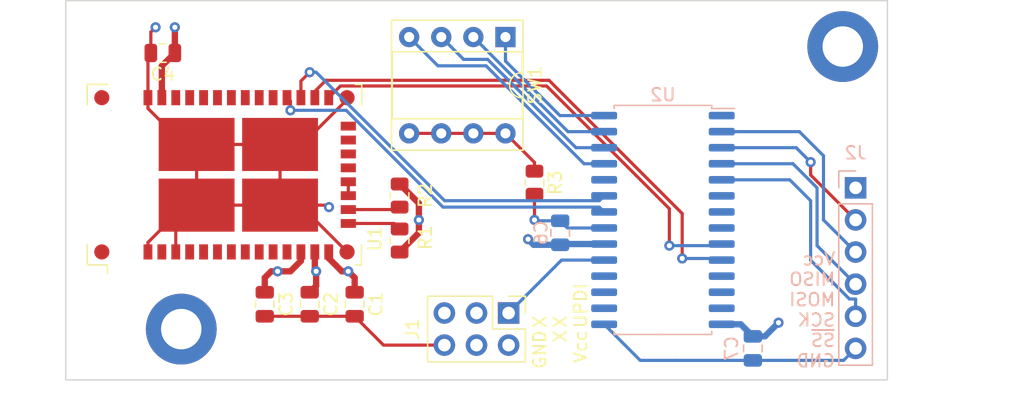
<source format=kicad_pcb>
(kicad_pcb (version 20211014) (generator pcbnew)
  (layers (0 "F.Cu" signal) (1 "In1.Cu" power "Power.Cu") (2 "In2.Cu" power "GND.Cu") (31 "B.Cu" signal) (34 "B.Paste" user) (35 "F.Paste" user) (36 "B.SilkS" user "B.Silkscreen") (37 "F.SilkS" user "F.Silkscreen") (38 "B.Mask" user) (39 "F.Mask" user) (44 "Edge.Cuts" user))
  (net 0 "")
  (net 1 "+3V3")
  (net 2 "GND")
  (net 3 "Net-(J1-Pad1)")
  (net 4 "Net-(R1-Pad2)")
  (net 5 "Net-(R2-Pad2)")
  (net 25 "Net-(U1-Pad35)")
  (net 37 "/MISO")
  (net 38 "/MOSI")
  (net 39 "/SCK")
  (net 40 "/~{SS}")
  (net 41 "/SW1")
  (net 42 "/SW2")
  (net 43 "/SW3")
  (net 44 "/SW4")
  (net 45 "/CTS")
  (net 46 "/RTS")
  (net 47 "/UART2")
  (net 48 "/UART1")
  (net 56 "Net-(R3-Pad1)")
  (footprint "Connector_PinHeader_2.54mm:PinHeader_2x03_P2.54mm_Vertical" (layer "F.Cu") (at 130.033 124.709 -90)
    (fp_text reference "J1" (at 1.27 7.605 90) (layer "F.SilkS"))
    (fp_text value "AVR-UPDI-6")
    (fp_line (start 3.87 -1.33) (end 3.87 6.41) (layer "F.SilkS") (width 0.12))
    (fp_line (start -1.33 -1.33) (end 0 -1.33) (layer "F.SilkS") (width 0.12))
    (fp_line (start 1.27 -1.33) (end 3.87 -1.33) (layer "F.SilkS") (width 0.12))
    (fp_line (start -1.33 1.27) (end -1.33 6.41) (layer "F.SilkS") (width 0.12))
    (fp_line (start 1.27 1.27) (end 1.27 -1.33) (layer "F.SilkS") (width 0.12))
    (fp_line (start -1.33 1.27) (end 1.27 1.27) (layer "F.SilkS") (width 0.12))
    (fp_line (start -1.33 6.41) (end 3.87 6.41) (layer "F.SilkS") (width 0.12))
    (fp_line (start -1.33 0) (end -1.33 -1.33) (layer "F.SilkS") (width 0.12))
    (pad "1" thru_hole rect (at 0 0 270) (size 1.7 1.7) (drill 1) (layers *.Cu *.Mask) (net 3 "Net-(J1-Pad1)"))
    (pad "2" thru_hole oval (at 2.54 0 270) (size 1.7 1.7) (drill 1) (layers *.Cu *.Mask) (net 1 "+3V3"))
    (pad "3" thru_hole oval (at 0 2.54 270) (size 1.7 1.7) (drill 1) (layers *.Cu *.Mask))
    (pad "4" thru_hole oval (at 2.54 2.54 270) (size 1.7 1.7) (drill 1) (layers *.Cu *.Mask))
    (pad "5" thru_hole oval (at 0 5.08 270) (size 1.7 1.7) (drill 1) (layers *.Cu *.Mask))
    (pad "6" thru_hole oval (at 2.54 5.08 270) (size 1.7 1.7) (drill 1) (layers *.Cu *.Mask) (net 2 "GND"))
  )
  (footprint "Resistor_SMD:R_0805_2012Metric" (layer "F.Cu") (at 121.412 118.9755 90)
    (fp_text reference "R1" (at 0.227064 2.032 90) (layer "F.SilkS"))
    (fp_text value "2.2 kohm")
    (fp_line (start -0.227064 0.735) (end 0.227064 0.735) (layer "F.SilkS") (width 0.12))
    (fp_line (start -0.227064 -0.735) (end 0.227064 -0.735) (layer "F.SilkS") (width 0.12))
    (pad "1" smd roundrect (at -0.9125 0 90) (size 1.025 1.4) (layers "F.Cu" "F.Paste" "F.Mask") (roundrect_rratio 0.243902439) (net 1 "+3V3"))
    (pad "2" smd roundrect (at 0.9125 0 90) (size 1.025 1.4) (layers "F.Cu" "F.Paste" "F.Mask") (roundrect_rratio 0.243902439) (net 4 "Net-(R1-Pad2)"))
  )
  (footprint "MountingHole:MountingHole_3.2mm_M3_DIN965_Pad" (layer "F.Cu") (at 104.14 125.984)
    (fp_text reference "REF**" hide)
    (fp_text value "MountingHole_3.2mm_M3_DIN965_Pad")
    (pad "1" thru_hole circle (at 0 0) (size 5.6 5.6) (drill 3.2) (layers *.Cu *.Mask) (net 2 "GND"))
  )
  (footprint "Resistor_SMD:R_0805_2012Metric" (layer "F.Cu") (at 132.08 114.4035 -90)
    (fp_text reference "R3" (at 0 -1.65 90) (layer "F.SilkS"))
    (fp_text value "100 ohm")
    (fp_line (start -0.227064 -0.735) (end 0.227064 -0.735) (layer "F.SilkS") (width 0.12))
    (fp_line (start -0.227064 0.735) (end 0.227064 0.735) (layer "F.SilkS") (width 0.12))
    (pad "1" smd roundrect (at -0.9125 0 270) (size 1.025 1.4) (layers "F.Cu" "F.Paste" "F.Mask") (roundrect_rratio 0.243902) (net 56 "Net-(R3-Pad1)"))
    (pad "2" smd roundrect (at 0.9125 0 270) (size 1.025 1.4) (layers "F.Cu" "F.Paste" "F.Mask") (roundrect_rratio 0.243902) (net 2 "GND"))
  )
  (footprint "Capacitor_SMD:C_0805_2012Metric" (layer "F.Cu") (at 110.744 124.018 -90)
    (fp_text reference "C3" (at 0 -1.68 90) (layer "F.SilkS"))
    (fp_text value "1 uF")
    (fp_line (start -0.261252 -0.735) (end 0.261252 -0.735) (layer "F.SilkS") (width 0.12))
    (fp_line (start -0.261252 0.735) (end 0.261252 0.735) (layer "F.SilkS") (width 0.12))
    (pad "1" smd roundrect (at -0.95 0 270) (size 1 1.45) (layers "F.Cu" "F.Paste" "F.Mask") (net 1 "+3V3"))
    (pad "2" smd roundrect (at 0.95 0 270) (size 1 1.45) (layers "F.Cu" "F.Paste" "F.Mask") (net 2 "GND"))
  )
  (footprint "Capacitor_SMD:C_0805_2012Metric" (layer "F.Cu") (at 117.856 124.018 -90)
    (fp_text reference "C1" (at 0 -1.68 90) (layer "F.SilkS"))
    (fp_text value "1 uF")
    (fp_line (start -0.261252 0.735) (end 0.261252 0.735) (layer "F.SilkS") (width 0.12))
    (fp_line (start -0.261252 -0.735) (end 0.261252 -0.735) (layer "F.SilkS") (width 0.12))
    (pad "1" smd roundrect (at -0.95 0 270) (size 1 1.45) (layers "F.Cu" "F.Paste" "F.Mask") (net 1 "+3V3"))
    (pad "2" smd roundrect (at 0.95 0 270) (size 1 1.45) (layers "F.Cu" "F.Paste" "F.Mask") (net 2 "GND"))
  )
  (footprint "MyFootprints:WYSACVLAY-WX" (layer "F.Cu") (at 107.553682 113.776815 90)
    (fp_text reference "U1" (at -5.054923 11.902181 90) (layer "F.SilkS"))
    (fp_text value "WYSACVLAY-WX")
    (fp_line (start 5.546045 10.858456) (end 7.146045 10.858456) (layer "F.SilkS") (width 0.12))
    (fp_line (start -7.131766 10.837131) (end -5.531766 10.837131) (layer "F.SilkS") (width 0.12))
    (fp_line (start -7.126965 -9.249012) (end -7.816965 -9.249012) (layer "F.SilkS") (width 0.12))
    (fp_line (start -7.131766 10.342131) (end -7.131766 10.837131) (layer "F.SilkS") (width 0.12))
    (fp_line (start -5.526965 -10.854012) (end -7.126965 -10.854012) (layer "F.SilkS") (width 0.12))
    (fp_line (start 7.149864 -10.849143) (end 7.149864 -9.249143) (layer "F.SilkS") (width 0.12))
    (fp_line (start 7.149864 -10.854143) (end 5.549864 -10.854143) (layer "F.SilkS") (width 0.12))
    (fp_line (start -7.126965 -10.854012) (end -7.126965 -9.249012) (layer "F.SilkS") (width 0.12))
    (fp_line (start 7.146045 10.853456) (end 7.146045 10.353456) (layer "F.SilkS") (width 0.12))
    (pad "1" smd circle (at 6.1 9.7 90) (size 1.2 1.2) (layers "F.Cu" "F.Paste" "F.Mask") (net 2 "GND"))
    (pad "2" smd rect (at 6.1 8.25 90) (size 1.2 0.7) (layers "F.Cu" "F.Paste" "F.Mask") (net 45 "/CTS"))
    (pad "3" smd rect (at 6.1 7.15 90) (size 1.2 0.7) (layers "F.Cu" "F.Paste" "F.Mask") (net 46 "/RTS"))
    (pad "4" smd rect (at 6.1 6.05 90) (size 1.2 0.7) (layers "F.Cu" "F.Paste" "F.Mask") (net 47 "/UART2"))
    (pad "5" smd rect (at 6.1 4.95 90) (size 1.2 0.7) (layers "F.Cu" "F.Paste" "F.Mask") (net 48 "/UART1"))
    (pad "6" smd rect (at 6.1 3.85 90) (size 1.2 0.7) (layers "F.Cu" "F.Paste" "F.Mask"))
    (pad "7" smd rect (at 6.1 2.75 90) (size 1.2 0.7) (layers "F.Cu" "F.Paste" "F.Mask"))
    (pad "8" smd rect (at 6.1 1.65 90) (size 1.2 0.7) (layers "F.Cu" "F.Paste" "F.Mask"))
    (pad "9" smd rect (at 6.1 0.55 90) (size 1.2 0.7) (layers "F.Cu" "F.Paste" "F.Mask"))
    (pad "10" smd rect (at 6.1 -0.55 90) (size 1.2 0.7) (layers "F.Cu" "F.Paste" "F.Mask"))
    (pad "11" smd rect (at 6.1 -1.65 90) (size 1.2 0.7) (layers "F.Cu" "F.Paste" "F.Mask"))
    (pad "12" smd rect (at 6.1 -2.75 90) (size 1.2 0.7) (layers "F.Cu" "F.Paste" "F.Mask"))
    (pad "13" smd rect (at 6.1 -3.85 90) (size 1.2 0.7) (layers "F.Cu" "F.Paste" "F.Mask"))
    (pad "14" smd rect (at 6.1 -4.95 90) (size 1.2 0.7) (layers "F.Cu" "F.Paste" "F.Mask") (net 1 "+3V3"))
    (pad "15" smd rect (at 6.1 -6.05 90) (size 1.2 0.7) (layers "F.Cu" "F.Paste" "F.Mask") (net 2 "GND"))
    (pad "16" smd circle (at 6.1 -9.7 90) (size 1.2 1.2) (layers "F.Cu" "F.Paste" "F.Mask"))
    (pad "17" smd circle (at -6.1 -9.7 180) (size 1.2 1.2) (layers "F.Cu" "F.Paste" "F.Mask"))
    (pad "18" smd rect (at -6.1 -6.05 90) (size 1.2 0.7) (layers "F.Cu" "F.Paste" "F.Mask") (net 2 "GND"))
    (pad "19" smd rect (at -6.1 -4.95 90) (size 1.2 0.7) (layers "F.Cu" "F.Paste" "F.Mask"))
    (pad "20" smd rect (at -6.1 -3.85 90) (size 1.2 0.7) (layers "F.Cu" "F.Paste" "F.Mask") (net 2 "GND"))
    (pad "21" smd rect (at -6.1 -2.75 90) (size 1.2 0.7) (layers "F.Cu" "F.Paste" "F.Mask"))
    (pad "22" smd rect (at -6.1 -1.65 90) (size 1.2 0.7) (layers "F.Cu" "F.Paste" "F.Mask"))
    (pad "23" smd rect (at -6.1 -0.55 90) (size 1.2 0.7) (layers "F.Cu" "F.Paste" "F.Mask"))
    (pad "24" smd rect (at -6.1 0.55 90) (size 1.2 0.7) (layers "F.Cu" "F.Paste" "F.Mask"))
    (pad "25" smd rect (at -6.1 1.65 90) (size 1.2 0.7) (layers "F.Cu" "F.Paste" "F.Mask"))
    (pad "26" smd rect (at -6.1 2.75 90) (size 1.2 0.7) (layers "F.Cu" "F.Paste" "F.Mask"))
    (pad "27" smd rect (at -6.1 3.85 90) (size 1.2 0.7) (layers "F.Cu" "F.Paste" "F.Mask"))
    (pad "28" smd rect (at -6.1 4.95 90) (size 1.2 0.7) (layers "F.Cu" "F.Paste" "F.Mask"))
    (pad "29" smd rect (at -6.1 6.05 90) (size 1.2 0.7) (layers "F.Cu" "F.Paste" "F.Mask") (net 1 "+3V3"))
    (pad "30" smd rect (at -6.1 7.15 90) (size 1.2 0.7) (layers "F.Cu" "F.Paste" "F.Mask") (net 1 "+3V3"))
    (pad "31" smd rect (at -6.1 8.25 90) (size 1.2 0.7) (layers "F.Cu" "F.Paste" "F.Mask") (net 1 "+3V3"))
    (pad "32" smd circle (at -6.1 9.7 90) (size 1.2 1.2) (layers "F.Cu" "F.Paste" "F.Mask") (net 2 "GND"))
    (pad "33" smd rect (at -3.85 9.8 180) (size 1.2 0.7) (layers "F.Cu" "F.Paste" "F.Mask") (net 4 "Net-(R1-Pad2)"))
    (pad "34" smd rect (at -2.75 9.8 180) (size 1.2 0.7) (layers "F.Cu" "F.Paste" "F.Mask") (net 5 "Net-(R2-Pad2)"))
    (pad "35" smd rect (at -1.65 9.8 180) (size 1.2 0.7) (layers "F.Cu" "F.Paste" "F.Mask") (net 25 "Net-(U1-Pad35)"))
    (pad "36" smd rect (at -0.55 9.8 180) (size 1.2 0.7) (layers "F.Cu" "F.Paste" "F.Mask") (net 25 "Net-(U1-Pad35)"))
    (pad "37" smd rect (at 0.55 9.8 180) (size 1.2 0.7) (layers "F.Cu" "F.Paste" "F.Mask"))
    (pad "38" smd rect (at 1.65 9.8 180) (size 1.2 0.7) (layers "F.Cu" "F.Paste" "F.Mask"))
    (pad "39" smd rect (at 2.75 9.8 180) (size 1.2 0.7) (layers "F.Cu" "F.Paste" "F.Mask"))
    (pad "40" smd rect (at 3.85 9.8 180) (size 1.2 0.7) (layers "F.Cu" "F.Paste" "F.Mask"))
    (pad "41" smd rect (at 2.4 4.4 90) (size 4.2 6) (layers "F.Cu" "F.Paste" "F.Mask") (net 2 "GND"))
    (pad "42" smd rect (at 2.4 -2.2 90) (size 4.2 6) (layers "F.Cu" "F.Paste" "F.Mask") (net 2 "GND"))
    (pad "43" smd rect (at -2.4 -2.2 90) (size 4.2 6) (layers "F.Cu" "F.Paste" "F.Mask") (net 2 "GND"))
    (pad "44" smd rect (at -2.4 4.4 90) (size 4.2 6) (layers "F.Cu" "F.Paste" "F.Mask") (net 2 "GND"))
  )
  (footprint "Resistor_SMD:R_0805_2012Metric" (layer "F.Cu") (at 121.412 115.4195 -90)
    (fp_text reference "R2" (at 0 -2.032 90) (layer "F.SilkS"))
    (fp_text value "2.2 kohm")
    (fp_line (start -0.227064 0.735) (end 0.227064 0.735) (layer "F.SilkS") (width 0.12))
    (fp_line (start -0.227064 -0.735) (end 0.227064 -0.735) (layer "F.SilkS") (width 0.12))
    (pad "1" smd roundrect (at -0.9125 0 270) (size 1.025 1.4) (layers "F.Cu" "F.Paste" "F.Mask") (roundrect_rratio 0.243902439) (net 1 "+3V3"))
    (pad "2" smd roundrect (at 0.9125 0 270) (size 1.025 1.4) (layers "F.Cu" "F.Paste" "F.Mask") (roundrect_rratio 0.243902439) (net 5 "Net-(R2-Pad2)"))
  )
  (footprint "MountingHole:MountingHole_3.2mm_M3_DIN965_Pad" (layer "F.Cu") (at 156.464 103.632)
    (fp_text reference "REF**" hide)
    (fp_text value "MountingHole_3.2mm_M3_DIN965_Pad")
    (pad "1" thru_hole circle (at 0 0) (size 5.6 5.6) (drill 3.2) (layers *.Cu *.Mask) (net 2 "GND"))
  )
  (footprint "Package_DIP:DIP-8_W7.62mm_Socket" (layer "F.Cu") (at 129.784 102.88 -90)
    (fp_text reference "SW1" (at 3.81 -2.33 90) (layer "F.SilkS"))
    (fp_text value "SW_DIP_x04")
    (fp_line (start 2.81 -1.33) (end 1.16 -1.33) (layer "F.SilkS") (width 0.12))
    (fp_line (start 6.46 -1.33) (end 4.81 -1.33) (layer "F.SilkS") (width 0.12))
    (fp_line (start 8.95 -1.39) (end -1.33 -1.39) (layer "F.SilkS") (width 0.12))
    (fp_line (start -1.33 -1.39) (end -1.33 9.01) (layer "F.SilkS") (width 0.12))
    (fp_line (start 6.46 8.95) (end 6.46 -1.33) (layer "F.SilkS") (width 0.12))
    (fp_line (start 1.16 -1.33) (end 1.16 8.95) (layer "F.SilkS") (width 0.12))
    (fp_line (start 8.95 9.01) (end 8.95 -1.39) (layer "F.SilkS") (width 0.12))
    (fp_line (start -1.33 9.01) (end 8.95 9.01) (layer "F.SilkS") (width 0.12))
    (fp_line (start 1.16 8.95) (end 6.46 8.95) (layer "F.SilkS") (width 0.12))
    (fp_arc (start 4.81 -1.33) (mid 3.81 -0.33) (end 2.81 -1.33) (layer "F.SilkS") (width 0.12))
    (pad "1" thru_hole rect (at 0 0 270) (size 1.6 1.6) (drill 0.8) (layers *.Cu *.Mask) (net 41 "/SW1"))
    (pad "2" thru_hole oval (at 0 2.54 270) (size 1.6 1.6) (drill 0.8) (layers *.Cu *.Mask) (net 42 "/SW2"))
    (pad "3" thru_hole oval (at 0 5.08 270) (size 1.6 1.6) (drill 0.8) (layers *.Cu *.Mask) (net 43 "/SW3"))
    (pad "4" thru_hole oval (at 0 7.62 270) (size 1.6 1.6) (drill 0.8) (layers *.Cu *.Mask) (net 44 "/SW4"))
    (pad "5" thru_hole oval (at 7.62 7.62 270) (size 1.6 1.6) (drill 0.8) (layers *.Cu *.Mask) (net 56 "Net-(R3-Pad1)"))
    (pad "6" thru_hole oval (at 7.62 5.08 270) (size 1.6 1.6) (drill 0.8) (layers *.Cu *.Mask) (net 56 "Net-(R3-Pad1)"))
    (pad "7" thru_hole oval (at 7.62 2.54 270) (size 1.6 1.6) (drill 0.8) (layers *.Cu *.Mask) (net 56 "Net-(R3-Pad1)"))
    (pad "8" thru_hole oval (at 7.62 0 270) (size 1.6 1.6) (drill 0.8) (layers *.Cu *.Mask) (net 56 "Net-(R3-Pad1)"))
  )
  (footprint "Capacitor_SMD:C_0805_2012Metric" (layer "F.Cu") (at 102.682 104.14 180)
    (fp_text reference "C4" (at 0 -1.68) (layer "F.SilkS"))
    (fp_text value "1 uF")
    (fp_line (start -0.261252 -0.735) (end 0.261252 -0.735) (layer "F.SilkS") (width 0.12))
    (fp_line (start -0.261252 0.735) (end 0.261252 0.735) (layer "F.SilkS") (width 0.12))
    (pad "1" smd roundrect (at -0.95 0 180) (size 1 1.45) (layers "F.Cu" "F.Paste" "F.Mask") (net 1 "+3V3"))
    (pad "2" smd roundrect (at 0.95 0 180) (size 1 1.45) (layers "F.Cu" "F.Paste" "F.Mask") (net 2 "GND"))
  )
  (footprint "Capacitor_SMD:C_0805_2012Metric" (layer "F.Cu") (at 114.3 124.018 -90)
    (fp_text reference "C2" (at 0 -1.68 90) (layer "F.SilkS"))
    (fp_text value "10 uF")
    (fp_line (start -0.261252 0.735) (end 0.261252 0.735) (layer "F.SilkS") (width 0.12))
    (fp_line (start -0.261252 -0.735) (end 0.261252 -0.735) (layer "F.SilkS") (width 0.12))
    (pad "1" smd roundrect (at -0.95 0 270) (size 1 1.45) (layers "F.Cu" "F.Paste" "F.Mask") (net 1 "+3V3"))
    (pad "2" smd roundrect (at 0.95 0 270) (size 1 1.45) (layers "F.Cu" "F.Paste" "F.Mask") (net 2 "GND"))
  )
  (footprint "Connector_PinSocket_2.54mm:PinSocket_1x06_P2.54mm_Vertical" (layer "B.Cu") (at 157.48 114.808 180)
    (fp_text reference "J2" (at 0 2.77) (layer "B.SilkS") (effects (justify mirror)))
    (fp_text value "Conn_01x06")
    (fp_line (start -1.33 -1.27) (end 1.33 -1.27) (layer "B.SilkS") (width 0.12))
    (fp_line (start 1.33 -1.27) (end 1.33 -14.03) (layer "B.SilkS") (width 0.12))
    (fp_line (start -1.33 -1.27) (end -1.33 -14.03) (layer "B.SilkS") (width 0.12))
    (fp_line (start 1.33 1.33) (end 1.33 0) (layer "B.SilkS") (width 0.12))
    (fp_line (start 0 1.33) (end 1.33 1.33) (layer "B.SilkS") (width 0.12))
    (fp_line (start -1.33 -14.03) (end 1.33 -14.03) (layer "B.SilkS") (width 0.12))
    (pad "1" thru_hole rect (at 0 0 180) (size 1.7 1.7) (drill 1) (layers *.Cu *.Mask) (net 1 "+3V3"))
    (pad "2" thru_hole oval (at 0 -2.54 180) (size 1.7 1.7) (drill 1) (layers *.Cu *.Mask) (net 37 "/MISO"))
    (pad "3" thru_hole oval (at 0 -5.08 180) (size 1.7 1.7) (drill 1) (layers *.Cu *.Mask) (net 38 "/MOSI"))
    (pad "4" thru_hole oval (at 0 -7.62 180) (size 1.7 1.7) (drill 1) (layers *.Cu *.Mask) (net 39 "/SCK"))
    (pad "5" thru_hole oval (at 0 -10.16 180) (size 1.7 1.7) (drill 1) (layers *.Cu *.Mask) (net 40 "/~{SS}"))
    (pad "6" thru_hole oval (at 0 -12.7 180) (size 1.7 1.7) (drill 1) (layers *.Cu *.Mask) (net 2 "GND"))
  )
  (footprint "Package_SO:SOIC-28W_7.5x17.9mm_P1.27mm" (layer "B.Cu") (at 142.24 117.348 180)
    (fp_text reference "U2" (at 0 9.9) (layer "B.SilkS") (effects (justify mirror)))
    (fp_text value "AVR64DA28-I/SO")
    (fp_line (start 0 9.06) (end -3.86 9.06) (layer "B.SilkS") (width 0.12))
    (fp_line (start 0 -9.06) (end 3.86 -9.06) (layer "B.SilkS") (width 0.12))
    (fp_line (start -3.86 9.06) (end -3.86 8.815) (layer "B.SilkS") (width 0.12))
    (fp_line (start 0 -9.06) (end -3.86 -9.06) (layer "B.SilkS") (width 0.12))
    (fp_line (start 3.86 9.06) (end 3.86 8.815) (layer "B.SilkS") (width 0.12))
    (fp_line (start -3.86 -9.06) (end -3.86 -8.815) (layer "B.SilkS") (width 0.12))
    (fp_line (start 3.86 -9.06) (end 3.86 -8.815) (layer "B.SilkS") (width 0.12))
    (fp_line (start -3.86 8.815) (end -5.675 8.815) (layer "B.SilkS") (width 0.12))
    (fp_line (start 0 9.06) (end 3.86 9.06) (layer "B.SilkS") (width 0.12))
    (pad "1" smd roundrect (at -4.65 8.255 180) (size 2.05 0.6) (layers "B.Cu" "B.Paste" "B.Mask"))
    (pad "2" smd roundrect (at -4.65 6.985 180) (size 2.05 0.6) (layers "B.Cu" "B.Paste" "B.Mask") (net 38 "/MOSI"))
    (pad "3" smd roundrect (at -4.65 5.715 180) (size 2.05 0.6) (layers "B.Cu" "B.Paste" "B.Mask") (net 37 "/MISO"))
    (pad "4" smd roundrect (at -4.65 4.445 180) (size 2.05 0.6) (layers "B.Cu" "B.Paste" "B.Mask") (net 39 "/SCK"))
    (pad "5" smd roundrect (at -4.65 3.175 180) (size 2.05 0.6) (layers "B.Cu" "B.Paste" "B.Mask") (net 40 "/~{SS}"))
    (pad "6" smd roundrect (at -4.65 1.905 180) (size 2.05 0.6) (layers "B.Cu" "B.Paste" "B.Mask"))
    (pad "7" smd roundrect (at -4.65 0.635 180) (size 2.05 0.6) (layers "B.Cu" "B.Paste" "B.Mask"))
    (pad "8" smd roundrect (at -4.65 -0.635 180) (size 2.05 0.6) (layers "B.Cu" "B.Paste" "B.Mask"))
    (pad "9" smd roundrect (at -4.65 -1.905 180) (size 2.05 0.6) (layers "B.Cu" "B.Paste" "B.Mask") (net 45 "/CTS"))
    (pad "10" smd roundrect (at -4.65 -3.175 180) (size 2.05 0.6) (layers "B.Cu" "B.Paste" "B.Mask") (net 46 "/RTS"))
    (pad "11" smd roundrect (at -4.65 -4.445 180) (size 2.05 0.6) (layers "B.Cu" "B.Paste" "B.Mask"))
    (pad "12" smd roundrect (at -4.65 -5.715 180) (size 2.05 0.6) (layers "B.Cu" "B.Paste" "B.Mask"))
    (pad "13" smd roundrect (at -4.65 -6.985 180) (size 2.05 0.6) (layers "B.Cu" "B.Paste" "B.Mask"))
    (pad "14" smd roundrect (at -4.65 -8.255 180) (size 2.05 0.6) (layers "B.Cu" "B.Paste" "B.Mask") (net 1 "+3V3"))
    (pad "15" smd roundrect (at 4.65 -8.255 180) (size 2.05 0.6) (layers "B.Cu" "B.Paste" "B.Mask") (net 2 "GND"))
    (pad "16" smd roundrect (at 4.65 -6.985 180) (size 2.05 0.6) (layers "B.Cu" "B.Paste" "B.Mask"))
    (pad "17" smd roundrect (at 4.65 -5.715 180) (size 2.05 0.6) (layers "B.Cu" "B.Paste" "B.Mask"))
    (pad "18" smd roundrect (at 4.65 -4.445 180) (size 2.05 0.6) (layers "B.Cu" "B.Paste" "B.Mask"))
    (pad "19" smd roundrect (at 4.65 -3.175 180) (size 2.05 0.6) (layers "B.Cu" "B.Paste" "B.Mask") (net 3 "Net-(J1-Pad1)"))
    (pad "20" smd roundrect (at 4.65 -1.905 180) (size 2.05 0.6) (layers "B.Cu" "B.Paste" "B.Mask") (net 1 "+3V3"))
    (pad "21" smd roundrect (at 4.65 -0.635 180) (size 2.05 0.6) (layers "B.Cu" "B.Paste" "B.Mask") (net 2 "GND"))
    (pad "22" smd roundrect (at 4.65 0.635 180) (size 2.05 0.6) (layers "B.Cu" "B.Paste" "B.Mask") (net 48 "/UART1"))
    (pad "23" smd roundrect (at 4.65 1.905 180) (size 2.05 0.6) (layers "B.Cu" "B.Paste" "B.Mask") (net 47 "/UART2"))
    (pad "24" smd roundrect (at 4.65 3.175 180) (size 2.05 0.6) (layers "B.Cu" "B.Paste" "B.Mask"))
    (pad "25" smd roundrect (at 4.65 4.445 180) (size 2.05 0.6) (layers "B.Cu" "B.Paste" "B.Mask") (net 44 "/SW4"))
    (pad "26" smd roundrect (at 4.65 5.715 180) (size 2.05 0.6) (layers "B.Cu" "B.Paste" "B.Mask") (net 43 "/SW3"))
    (pad "27" smd roundrect (at 4.65 6.985 180) (size 2.05 0.6) (layers "B.Cu" "B.Paste" "B.Mask") (net 42 "/SW2"))
    (pad "28" smd roundrect (at 4.65 8.255 180) (size 2.05 0.6) (layers "B.Cu" "B.Paste" "B.Mask") (net 41 "/SW1"))
  )
  (footprint "Capacitor_SMD:C_0805_2012Metric" (layer "B.Cu") (at 134.112 118.364 90)
    (fp_text reference "C6" (at 0 -1.524 90) (layer "B.SilkS") (effects (justify mirror)))
    (fp_text value "100 nF")
    (fp_line (start -0.261252 -0.735) (end 0.261252 -0.735) (layer "B.SilkS") (width 0.12))
    (fp_line (start -0.261252 0.735) (end 0.261252 0.735) (layer "B.SilkS") (width 0.12))
    (pad "1" smd roundrect (at -0.95 0 90) (size 1 1.45) (layers "B.Cu" "B.Paste" "B.Mask") (net 1 "+3V3"))
    (pad "2" smd roundrect (at 0.95 0 90) (size 1 1.45) (layers "B.Cu" "B.Paste" "B.Mask") (net 2 "GND"))
  )
  (footprint "Capacitor_SMD:C_0805_2012Metric" (layer "B.Cu") (at 149.352 127.508 -90)
    (fp_text reference "C7" (at 0 1.68 90) (layer "B.SilkS") (effects (justify mirror)))
    (fp_text value "100 nF")
    (fp_line (start -0.261252 -0.735) (end 0.261252 -0.735) (layer "B.SilkS") (width 0.12))
    (fp_line (start -0.261252 0.735) (end 0.261252 0.735) (layer "B.SilkS") (width 0.12))
    (pad "1" smd roundrect (at -0.95 0 270) (size 1 1.45) (layers "B.Cu" "B.Paste" "B.Mask") (net 1 "+3V3"))
    (pad "2" smd roundrect (at 0.95 0 270) (size 1 1.45) (layers "B.Cu" "B.Paste" "B.Mask") (net 2 "GND"))
  )
  (gr_rect (start 95 100) (end 160 130) (layer "Edge.Cuts") (width 0.1) (fill none))
  (gr_text "Vcc\nMISO\nMOSI\nSCK\n~{SS}\nGND" (at 155.956 124.46) (layer "B.SilkS") (effects (font (size 1 1)) (justify left mirror)))
  (gr_text "GND\nX\nVcc" (at 134.112 125.984 90) (layer "F.SilkS") (effects (font (size 1 1)) (justify right)))
  (gr_text "X\nX\nUPDI" (at 134.112 125.984 90) (layer "F.SilkS") (effects (font (size 1 1)) (justify left)))
  (segment (start 103.632 104.14) (end 102.603682 105.168318) (width 0.5) (layer "F.Cu") (net 1))
  (segment (start 114.808 121.412) (end 114.808 122.56) (width 0.5) (layer "F.Cu") (net 1))
  (segment (start 115.803682 120.375682) (end 116.84 121.412) (width 0.5) (layer "F.Cu") (net 1))
  (segment (start 116.84 121.412) (end 117.348 121.412) (width 0.5) (layer "F.Cu") (net 1))
  (segment (start 112.776 121.412) (end 111.76 121.412) (width 0.5) (layer "F.Cu") (net 1))
  (segment (start 114.703682 121.307682) (end 114.808 121.412) (width 0.5) (layer "F.Cu") (net 1))
  (segment (start 117.856 121.92) (end 117.856 123.068) (width 0.5) (layer "F.Cu") (net 1))
  (segment (start 102.603682 105.168318) (end 102.603682 107.676815) (width 0.5) (layer "F.Cu") (net 1))
  (segment (start 114.703682 119.876815) (end 114.703682 121.307682) (width 0.5) (layer "F.Cu") (net 1))
  (segment (start 114.808 122.56) (end 114.3 123.068) (width 0.5) (layer "F.Cu") (net 1))
  (segment (start 122.936 116.031) (end 121.412 114.507) (width 0.5) (layer "F.Cu") (net 1))
  (segment (start 113.603682 119.876815) (end 113.603682 120.584318) (width 0.5) (layer "F.Cu") (net 1))
  (segment (start 110.744 121.92) (end 110.744 123.068) (width 0.5) (layer "F.Cu") (net 1))
  (segment (start 113.603682 120.584318) (end 112.776 121.412) (width 0.5) (layer "F.Cu") (net 1))
  (segment (start 122.936 117.348) (end 122.936 116.031) (width 0.5) (layer "F.Cu") (net 1))
  (segment (start 117.348 121.412) (end 117.856 121.92) (width 0.5) (layer "F.Cu") (net 1))
  (segment (start 103.632 102.108) (end 103.632 104.14) (width 0.5) (layer "F.Cu") (net 1))
  (segment (start 111.76 121.412) (end 111.252 121.412) (width 0.5) (layer "F.Cu") (net 1))
  (segment (start 115.803682 119.876815) (end 115.803682 120.375682) (width 0.5) (layer "F.Cu") (net 1))
  (segment (start 111.252 121.412) (end 110.744 121.92) (width 0.5) (layer "F.Cu") (net 1))
  (segment (start 121.412 119.888) (end 122.936 118.364) (width 0.5) (layer "F.Cu") (net 1))
  (segment (start 122.936 118.364) (end 122.936 117.348) (width 0.5) (layer "F.Cu") (net 1))
  (via (at 151.384 125.476) (size 0.8) (drill 0.4) (layers "F.Cu" "B.Cu") (net 1))
  (via (at 111.76 121.412) (size 0.8) (drill 0.4) (layers "F.Cu" "B.Cu") (net 1))
  (via (at 122.936 117.348) (size 0.8) (drill 0.4) (layers "F.Cu" "B.Cu") (net 1))
  (via (at 131.572 118.872) (size 0.8) (drill 0.4) (layers "F.Cu" "B.Cu") (net 1))
  (via (at 117.348 121.412) (size 0.8) (drill 0.4) (layers "F.Cu" "B.Cu") (net 1))
  (via (at 103.632 102.108) (size 0.8) (drill 0.4) (layers "F.Cu" "B.Cu") (net 1))
  (via (at 114.808 121.412) (size 0.8) (drill 0.4) (layers "F.Cu" "B.Cu") (net 1))
  (segment (start 148.397 125.603) (end 149.352 126.558) (width 0.5) (layer "B.Cu") (net 1))
  (segment (start 137.59 119.253) (end 134.173 119.253) (width 0.5) (layer "B.Cu") (net 1))
  (segment (start 134.173 119.253) (end 134.112 119.314) (width 0.5) (layer "B.Cu") (net 1))
  (segment (start 134.112 119.314) (end 132.014 119.314) (width 0.5) (layer "B.Cu") (net 1))
  (segment (start 132.014 119.314) (end 131.572 118.872) (width 0.5) (layer "B.Cu") (net 1))
  (segment (start 151.384 125.476) (end 150.302 126.558) (width 0.5) (layer "B.Cu") (net 1))
  (segment (start 150.302 126.558) (end 149.352 126.558) (width 0.5) (layer "B.Cu") (net 1))
  (segment (start 146.89 125.603) (end 148.397 125.603) (width 0.5) (layer "B.Cu") (net 1))
  (segment (start 102.108 102.108) (end 101.732 102.484) (width 0.25) (layer "F.Cu") (net 2))
  (segment (start 101.503682 107.676815) (end 101.503682 108.526815) (width 0.25) (layer "F.Cu") (net 2))
  (segment (start 104.453682 116.176815) (end 101.503682 119.126815) (width 0.25) (layer "F.Cu") (net 2))
  (segment (start 117.856 124.968) (end 120.137 127.249) (width 0.25) (layer "F.Cu") (net 2))
  (segment (start 101.503682 107.676815) (end 101.503682 104.368318) (width 0.25) (layer "F.Cu") (net 2))
  (segment (start 113.553682 116.176815) (end 117.253682 119.876815) (width 0.25) (layer "F.Cu") (net 2))
  (segment (start 101.732 102.484) (end 101.732 104.14) (width 0.25) (layer "F.Cu") (net 2))
  (segment (start 120.137 127.249) (end 124.953 127.249) (width 0.25) (layer "F.Cu") (net 2))
  (segment (start 104.353682 111.376815) (end 105.353682 111.376815) (width 0.25) (layer "F.Cu") (net 2))
  (segment (start 111.953682 111.376815) (end 113.699489 111.376815) (width 0.25) (layer "F.Cu") (net 2))
  (segment (start 105.353682 116.176815) (end 104.453682 116.176815) (width 0.25) (layer "F.Cu") (net 2))
  (segment (start 132.08 115.316) (end 132.08 117.348) (width 0.25) (layer "F.Cu") (net 2))
  (segment (start 117.856 124.968) (end 114.3 124.968) (width 0.25) (layer "F.Cu") (net 2))
  (segment (start 113.699489 111.376815) (end 117.253682 107.822622) (width 0.25) (layer "F.Cu") (net 2))
  (segment (start 111.953682 116.176815) (end 111.953682 111.376815) (width 0.25) (layer "F.Cu") (net 2))
  (segment (start 105.353682 116.176815) (end 103.703682 117.826815) (width 0.25) (layer "F.Cu") (net 2))
  (segment (start 101.503682 119.126815) (end 101.503682 119.876815) (width 0.25) (layer "F.Cu") (net 2))
  (segment (start 105.353682 116.176815) (end 111.953682 116.176815) (width 0.25) (layer "F.Cu") (net 2))
  (segment (start 111.953682 111.376815) (end 105.353682 111.376815) (width 0.25) (layer "F.Cu") (net 2))
  (segment (start 101.503682 104.368318) (end 101.732 104.14) (width 0.25) (layer "F.Cu") (net 2))
  (segment (start 115.668815 116.176815) (end 115.824 116.332) (width 0.25) (layer "F.Cu") (net 2))
  (segment (start 103.703682 117.826815) (end 103.703682 119.876815) (width 0.25) (layer "F.Cu") (net 2))
  (segment (start 117.253682 107.822622) (end 117.253682 107.676815) (width 0.25) (layer "F.Cu") (net 2))
  (segment (start 111.953682 116.176815) (end 115.668815 116.176815) (width 0.25) (layer "F.Cu") (net 2))
  (segment (start 114.3 124.968) (end 110.744 124.968) (width 0.25) (layer "F.Cu") (net 2))
  (segment (start 105.353682 111.376815) (end 105.353682 116.176815) (width 0.25) (layer "F.Cu") (net 2))
  (segment (start 111.953682 116.176815) (end 113.553682 116.176815) (width 0.25) (layer "F.Cu") (net 2))
  (segment (start 101.503682 108.526815) (end 104.353682 111.376815) (width 0.25) (layer "F.Cu") (net 2))
  (via (at 115.824 116.332) (size 0.8) (drill 0.4) (layers "F.Cu" "B.Cu") (net 2))
  (via (at 102.108 102.108) (size 0.8) (drill 0.4) (layers "F.Cu" "B.Cu") (net 2))
  (via (at 132.08 117.348) (size 0.8) (drill 0.4) (layers "F.Cu" "B.Cu") (net 2))
  (segment (start 137.59 117.983) (end 134.681 117.983) (width 0.25) (layer "B.Cu") (net 2))
  (segment (start 132.08 117.348) (end 132.146 117.414) (width 0.25) (layer "B.Cu") (net 2))
  (segment (start 156.53 128.458) (end 157.48 127.508) (width 0.25) (layer "B.Cu") (net 2))
  (segment (start 137.59 125.603) (end 140.445 128.458) (width 0.25) (layer "B.Cu") (net 2))
  (segment (start 132.146 117.414) (end 134.112 117.414) (width 0.25) (layer "B.Cu") (net 2))
  (segment (start 134.681 117.983) (end 134.112 117.414) (width 0.25) (layer "B.Cu") (net 2))
  (segment (start 149.352 128.458) (end 156.53 128.458) (width 0.25) (layer "B.Cu") (net 2))
  (segment (start 149.352 128.458) (end 143.322 128.458) (width 0.25) (layer "B.Cu") (net 2))
  (segment (start 140.445 128.458) (end 143.322 128.458) (width 0.25) (layer "B.Cu") (net 2))
  (segment (start 130.033 124.709) (end 134.219 120.523) (width 0.25) (layer "B.Cu") (net 3))
  (segment (start 134.219 120.523) (end 137.59 120.523) (width 0.25) (layer "B.Cu") (net 3))
  (segment (start 120.975815 117.626815) (end 121.412 118.063) (width 0.25) (layer "F.Cu") (net 4))
  (segment (start 117.353682 117.626815) (end 120.975815 117.626815) (width 0.25) (layer "F.Cu") (net 4))
  (segment (start 121.217185 116.526815) (end 121.412 116.332) (width 0.25) (layer "F.Cu") (net 5))
  (segment (start 117.353682 116.526815) (end 121.217185 116.526815) (width 0.25) (layer "F.Cu") (net 5))
  (segment (start 117.353682 115.426815) (end 117.353682 114.326815) (width 0.25) (layer "F.Cu") (net 25))
  (segment (start 153.924 113.792) (end 157.48 117.348) (width 0.25) (layer "F.Cu") (net 37))
  (segment (start 153.924 112.776) (end 153.924 113.792) (width 0.25) (layer "F.Cu") (net 37))
  (via (at 153.924 112.776) (size 0.8) (drill 0.4) (layers "F.Cu" "B.Cu") (net 37))
  (segment (start 152.781 111.633) (end 146.89 111.633) (width 0.25) (layer "B.Cu") (net 37))
  (segment (start 153.924 112.776) (end 152.781 111.633) (width 0.25) (layer "B.Cu") (net 37))
  (segment (start 153.035 110.363) (end 146.89 110.363) (width 0.25) (layer "B.Cu") (net 38))
  (segment (start 154.94 112.268) (end 153.035 110.363) (width 0.25) (layer "B.Cu") (net 38))
  (segment (start 154.94 117.348) (end 154.94 112.268) (width 0.25) (layer "B.Cu") (net 38))
  (segment (start 157.48 119.888) (end 154.94 117.348) (width 0.25) (layer "B.Cu") (net 38))
  (segment (start 157.48 122.428) (end 154.432 119.38) (width 0.25) (layer "B.Cu") (net 39))
  (segment (start 154.432 119.38) (end 154.432 114.808) (width 0.25) (layer "B.Cu") (net 39))
  (segment (start 154.432 114.808) (end 152.527 112.903) (width 0.25) (layer "B.Cu") (net 39))
  (segment (start 152.527 112.903) (end 146.89 112.903) (width 0.25) (layer "B.Cu") (net 39))
  (segment (start 157.48 124.968) (end 157.48 123.602511) (width 0.25) (layer "B.Cu") (net 40))
  (segment (start 152.273 114.173) (end 146.89 114.173) (width 0.25) (layer "B.Cu") (net 40))
  (segment (start 156.993501 123.602511) (end 153.924 120.53301) (width 0.25) (layer "B.Cu") (net 40))
  (segment (start 153.924 120.53301) (end 153.924 115.824) (width 0.25) (layer "B.Cu") (net 40))
  (segment (start 153.924 115.824) (end 152.273 114.173) (width 0.25) (layer "B.Cu") (net 40))
  (segment (start 157.48 123.602511) (end 156.993501 123.602511) (width 0.25) (layer "B.Cu") (net 40))
  (segment (start 129.784 102.88) (end 129.784 104.784282) (width 0.25) (layer "B.Cu") (net 41))
  (segment (start 134.092718 109.093) (end 137.59 109.093) (width 0.25) (layer "B.Cu") (net 41))
  (segment (start 129.784 104.784282) (end 134.092718 109.093) (width 0.25) (layer "B.Cu") (net 41))
  (segment (start 134.727 110.363) (end 137.59 110.363) (width 0.25) (layer "B.Cu") (net 42))
  (segment (start 127.244 102.88) (end 134.727 110.363) (width 0.25) (layer "B.Cu") (net 42))
  (segment (start 126.472 104.648) (end 128.376282 104.648) (width 0.25) (layer "B.Cu") (net 43))
  (segment (start 135.361282 111.633) (end 137.59 111.633) (width 0.25) (layer "B.Cu") (net 43))
  (segment (start 128.376282 104.648) (end 135.361282 111.633) (width 0.25) (layer "B.Cu") (net 43))
  (segment (start 124.704 102.88) (end 126.472 104.648) (width 0.25) (layer "B.Cu") (net 43))
  (segment (start 122.164 102.88) (end 124.44 105.156) (width 0.25) (layer "B.Cu") (net 44))
  (segment (start 135.995564 112.903) (end 137.59 112.903) (width 0.25) (layer "B.Cu") (net 44))
  (segment (start 128.248564 105.156) (end 135.995564 112.903) (width 0.25) (layer "B.Cu") (net 44))
  (segment (start 124.44 105.156) (end 128.248564 105.156) (width 0.25) (layer "B.Cu") (net 44))
  (segment (start 133.040585 106.752304) (end 116.728193 106.752304) (width 0.25) (layer "F.Cu") (net 45))
  (segment (start 116.728193 106.752304) (end 115.803682 107.676815) (width 0.25) (layer "F.Cu") (net 45))
  (segment (start 142.748 119.38) (end 142.748 116.459719) (width 0.25) (layer "F.Cu") (net 45))
  (segment (start 142.748 116.459719) (end 133.040585 106.752304) (width 0.25) (layer "F.Cu") (net 45))
  (via (at 142.748 119.38) (size 0.8) (drill 0.4) (layers "F.Cu" "B.Cu") (net 45))
  (segment (start 146.763 119.38) (end 146.89 119.253) (width 0.25) (layer "B.Cu") (net 45))
  (segment (start 142.748 119.38) (end 146.763 119.38) (width 0.25) (layer "B.Cu") (net 45))
  (segment (start 114.703682 107.177793) (end 114.703682 107.676815) (width 0.25) (layer "F.Cu") (net 46))
  (segment (start 133.226783 106.302784) (end 115.578691 106.302784) (width 0.25) (layer "F.Cu") (net 46))
  (segment (start 143.764 120.396) (end 143.764 116.840001) (width 0.25) (layer "F.Cu") (net 46))
  (segment (start 115.578691 106.302784) (end 114.703682 107.177793) (width 0.25) (layer "F.Cu") (net 46))
  (segment (start 143.764 116.840001) (end 133.226783 106.302784) (width 0.25) (layer "F.Cu") (net 46))
  (via (at 143.764 120.396) (size 0.8) (drill 0.4) (layers "F.Cu" "B.Cu") (net 46))
  (segment (start 143.764 120.396) (end 146.763 120.396) (width 0.25) (layer "B.Cu") (net 46))
  (segment (start 146.763 120.396) (end 146.89 120.523) (width 0.25) (layer "B.Cu") (net 46))
  (segment (start 113.603682 107.676815) (end 113.603682 106.360318) (width 0.25) (layer "F.Cu") (net 47))
  (segment (start 113.603682 106.360318) (end 114.3 105.664) (width 0.25) (layer "F.Cu") (net 47))
  (via (at 114.3 105.664) (size 0.8) (drill 0.4) (layers "F.Cu" "B.Cu") (net 47))
  (segment (start 124.968 115.824) (end 114.808 105.664) (width 0.25) (layer "B.Cu") (net 47))
  (segment (start 137.59 115.443) (end 137.209 115.824) (width 0.25) (layer "B.Cu") (net 47))
  (segment (start 137.209 115.824) (end 124.968 115.824) (width 0.25) (layer "B.Cu") (net 47))
  (segment (start 114.808 105.664) (end 114.3 105.664) (width 0.25) (layer "B.Cu") (net 47))
  (segment (start 112.776 107.949133) (end 112.503682 107.676815) (width 0.25) (layer "F.Cu") (net 48))
  (segment (start 112.776 108.677313) (end 112.776 107.949133) (width 0.25) (layer "F.Cu") (net 48))
  (via (at 112.776 108.677313) (size 0.8) (drill 0.4) (layers "F.Cu" "B.Cu") (net 48))
  (segment (start 137.209 116.332) (end 137.59 116.713) (width 0.25) (layer "B.Cu") (net 48))
  (segment (start 112.776 108.677313) (end 117.185595 108.677313) (width 0.25) (layer "B.Cu") (net 48))
  (segment (start 117.185595 108.677313) (end 124.840282 116.332) (width 0.25) (layer "B.Cu") (net 48))
  (segment (start 124.840282 116.332) (end 137.209 116.332) (width 0.25) (layer "B.Cu") (net 48))
  (segment (start 122.164 110.5) (end 129.784 110.5) (width 0.25) (layer "F.Cu") (net 56))
  (segment (start 132.08 112.796) (end 132.08 113.491) (width 0.25) (layer "F.Cu") (net 56))
  (segment (start 129.784 110.5) (end 132.08 112.796) (width 0.25) (layer "F.Cu") (net 56))
)
</source>
